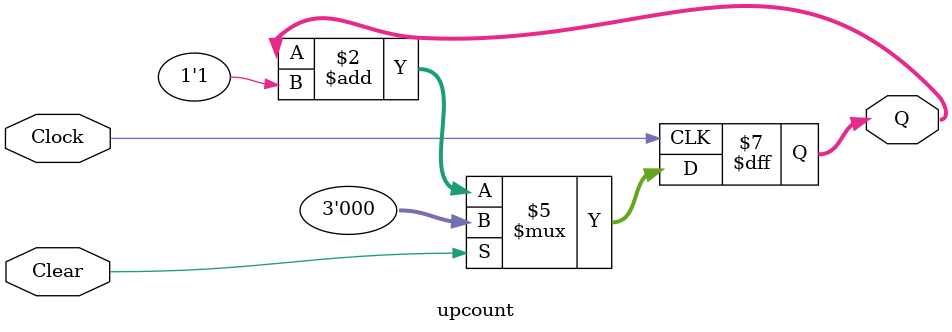
<source format=v>
module upcount(Clear, Clock, Q);
	input Clear, Clock;
	output [2:0] Q;
	reg [2:0] Q;

	initial begin
		Q = 0;
	end
	
	always @(posedge Clock)
		if (Clear)
			Q = 0;
		else
			Q <= Q + 1'b1;
endmodule

</source>
